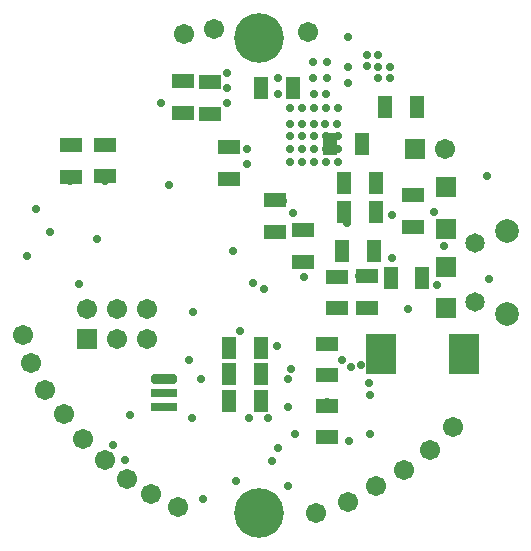
<source format=gbs>
G04*
G04 #@! TF.GenerationSoftware,Altium Limited,Altium Designer,18.1.7 (191)*
G04*
G04 Layer_Color=16711935*
%FSLAX44Y44*%
%MOMM*%
G71*
G01*
G75*
%ADD32R,1.7032X1.7032*%
%ADD33R,1.3032X1.9032*%
%ADD36R,2.2032X0.8032*%
G04:AMPARAMS|DCode=37|XSize=0.8032mm|YSize=2.2032mm|CornerRadius=0.2516mm|HoleSize=0mm|Usage=FLASHONLY|Rotation=90.000|XOffset=0mm|YOffset=0mm|HoleType=Round|Shape=RoundedRectangle|*
%AMROUNDEDRECTD37*
21,1,0.8032,1.7000,0,0,90.0*
21,1,0.3000,2.2032,0,0,90.0*
1,1,0.5032,0.8500,0.1500*
1,1,0.5032,0.8500,-0.1500*
1,1,0.5032,-0.8500,-0.1500*
1,1,0.5032,-0.8500,0.1500*
%
%ADD37ROUNDEDRECTD37*%
%ADD40R,1.9032X1.3032*%
%ADD44R,1.7032X1.7032*%
%ADD49C,1.7032*%
%ADD50C,1.6532*%
%ADD51C,2.0032*%
%ADD52C,0.7032*%
%ADD53C,4.2032*%
%ADD64R,2.6032X3.5032*%
D32*
X1585750Y676250D02*
D03*
Y641250D02*
D03*
Y743500D02*
D03*
Y708500D02*
D03*
D33*
X1456500Y827750D02*
D03*
X1429500D02*
D03*
X1539202Y666496D02*
D03*
X1566202D02*
D03*
X1429500Y607750D02*
D03*
X1402500D02*
D03*
X1561250Y811250D02*
D03*
X1534250D02*
D03*
X1402500Y585250D02*
D03*
X1429500D02*
D03*
X1402500Y562750D02*
D03*
X1429500D02*
D03*
X1526812Y722750D02*
D03*
X1499812D02*
D03*
X1526832Y747522D02*
D03*
X1499832D02*
D03*
X1514750Y780000D02*
D03*
X1487750D02*
D03*
X1498250Y690000D02*
D03*
X1525250D02*
D03*
D36*
X1347000Y569250D02*
D03*
Y557250D02*
D03*
D37*
Y581250D02*
D03*
D40*
X1485000Y558750D02*
D03*
Y531750D02*
D03*
X1297000Y752750D02*
D03*
Y779750D02*
D03*
X1269000Y779250D02*
D03*
Y752250D02*
D03*
X1386000Y832750D02*
D03*
Y805750D02*
D03*
X1557866Y709834D02*
D03*
Y736834D02*
D03*
X1402000Y777750D02*
D03*
Y750750D02*
D03*
X1363250Y833250D02*
D03*
Y806250D02*
D03*
X1441500Y732500D02*
D03*
Y705500D02*
D03*
X1465250Y707250D02*
D03*
Y680250D02*
D03*
X1485000Y611250D02*
D03*
Y584250D02*
D03*
X1494000Y668000D02*
D03*
Y641000D02*
D03*
X1519312Y668274D02*
D03*
Y641274D02*
D03*
D44*
X1281850Y614750D02*
D03*
X1559500Y775750D02*
D03*
D49*
X1584900D02*
D03*
X1307250Y614750D02*
D03*
X1332650Y614750D02*
D03*
X1281850Y640150D02*
D03*
X1307250Y640150D02*
D03*
X1332650Y640150D02*
D03*
X1389634Y877316D02*
D03*
X1364234Y873506D02*
D03*
X1297750Y512690D02*
D03*
X1234579Y595000D02*
D03*
X1227750Y618353D02*
D03*
X1246629Y572000D02*
D03*
X1278750Y530750D02*
D03*
X1262500Y551500D02*
D03*
X1316250Y496750D02*
D03*
X1336750Y483619D02*
D03*
X1359468Y473000D02*
D03*
X1476081Y467750D02*
D03*
X1502750Y477250D02*
D03*
X1526750Y490250D02*
D03*
X1550750Y504500D02*
D03*
X1572500Y521000D02*
D03*
X1469500Y875000D02*
D03*
X1592000Y541000D02*
D03*
D50*
X1610500Y696500D02*
D03*
Y646500D02*
D03*
D51*
X1637500Y636500D02*
D03*
Y706500D02*
D03*
D52*
X1465750Y668000D02*
D03*
X1456500Y721613D02*
D03*
X1458112Y832250D02*
D03*
X1485550Y850000D02*
D03*
X1473694Y849636D02*
D03*
X1485550Y836426D02*
D03*
X1473694D02*
D03*
X1444200D02*
D03*
X1443806Y822695D02*
D03*
X1474046D02*
D03*
X1484126D02*
D03*
X1539073Y836060D02*
D03*
Y845750D02*
D03*
X1494616Y764974D02*
D03*
X1464376Y786855D02*
D03*
X1494616D02*
D03*
X1484536Y764974D02*
D03*
X1494616Y775750D02*
D03*
X1484536D02*
D03*
Y786855D02*
D03*
X1474456D02*
D03*
Y775750D02*
D03*
X1464376D02*
D03*
X1452250Y490250D02*
D03*
X1400873Y840250D02*
D03*
Y827500D02*
D03*
X1622250Y665576D02*
D03*
X1521240Y578250D02*
D03*
X1521693Y567871D02*
D03*
X1505750Y591000D02*
D03*
X1578250Y660750D02*
D03*
X1458112Y534750D02*
D03*
X1443690Y522940D02*
D03*
X1314750Y513000D02*
D03*
X1303814Y525026D02*
D03*
X1372000Y638055D02*
D03*
X1512283Y668585D02*
D03*
X1351750Y745250D02*
D03*
X1621250Y752714D02*
D03*
X1239000Y725174D02*
D03*
X1251000Y705750D02*
D03*
X1231500Y685250D02*
D03*
X1380250Y479250D02*
D03*
X1408500Y495250D02*
D03*
X1503250Y871000D02*
D03*
Y845750D02*
D03*
X1454296Y786855D02*
D03*
X1503500Y832000D02*
D03*
X1528878Y836060D02*
D03*
Y845754D02*
D03*
X1519085Y846004D02*
D03*
X1528800Y855669D02*
D03*
X1519085D02*
D03*
X1494120Y797371D02*
D03*
X1494514Y811102D02*
D03*
X1484040Y797371D02*
D03*
X1484434Y811102D02*
D03*
X1473960Y797371D02*
D03*
X1474354Y811102D02*
D03*
X1463880Y797371D02*
D03*
X1464274Y811102D02*
D03*
X1453800Y797371D02*
D03*
X1454194Y811102D02*
D03*
X1454296Y775750D02*
D03*
X1474456Y764974D02*
D03*
X1464376D02*
D03*
X1454296D02*
D03*
X1521500Y534816D02*
D03*
X1503750Y529000D02*
D03*
X1454856Y589580D02*
D03*
X1452250Y581250D02*
D03*
X1442750Y609000D02*
D03*
X1498250Y597250D02*
D03*
X1514250Y593500D02*
D03*
X1371500Y548500D02*
D03*
X1354750Y557370D02*
D03*
X1439000Y512000D02*
D03*
X1275760Y661672D02*
D03*
X1347000Y569000D02*
D03*
X1354750Y581500D02*
D03*
X1584198Y693674D02*
D03*
X1540510Y683768D02*
D03*
X1526750Y690500D02*
D03*
X1432306Y657352D02*
D03*
X1448054Y732250D02*
D03*
X1540510Y720344D02*
D03*
X1290250Y699500D02*
D03*
X1368552Y597408D02*
D03*
X1378966Y581406D02*
D03*
X1554226Y640588D02*
D03*
X1575562Y722630D02*
D03*
X1537930Y666790D02*
D03*
X1522984Y642112D02*
D03*
X1501902Y713486D02*
D03*
X1344657Y814514D02*
D03*
X1422400Y662432D02*
D03*
X1405890Y689356D02*
D03*
X1318260Y550672D02*
D03*
X1435750Y548500D02*
D03*
X1601000Y591750D02*
D03*
Y611500D02*
D03*
X1419690Y548500D02*
D03*
X1411500Y622250D02*
D03*
X1429500Y564250D02*
D03*
Y606750D02*
D03*
X1465250Y707250D02*
D03*
X1561250Y811250D02*
D03*
X1400873Y814750D02*
D03*
X1417250Y763500D02*
D03*
Y776000D02*
D03*
X1452250Y557250D02*
D03*
X1485000Y561500D02*
D03*
X1268000Y748750D02*
D03*
X1297250Y749000D02*
D03*
D53*
X1427794Y467750D02*
D03*
Y869937D02*
D03*
D64*
X1531500Y602250D02*
D03*
X1601000D02*
D03*
M02*

</source>
